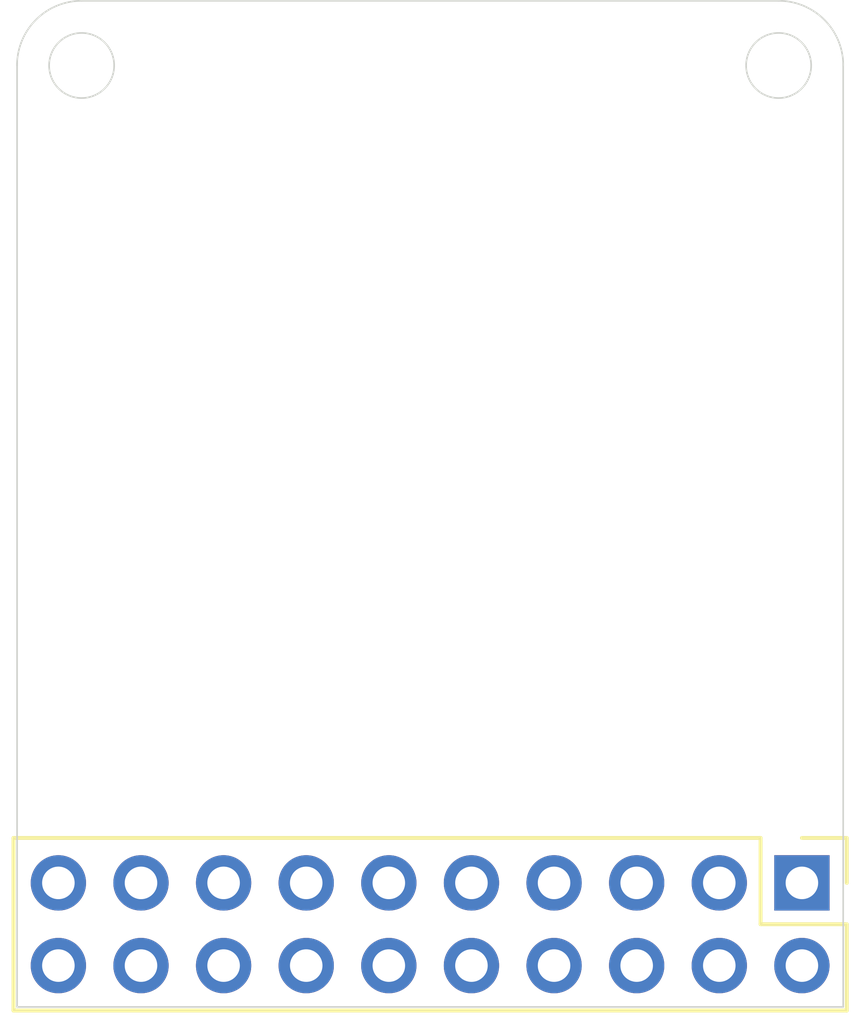
<source format=kicad_pcb>
(kicad_pcb (version 20241229) (generator "pcbnew") (generator_version "9.0")
  (layers (0 "F.Cu" signal) (4 "In1.Cu" signal) (6 "In2.Cu" signal) (2 "B.Cu" signal) (13 "F.Paste" user) (15 "B.Paste" user) (5 "F.SilkS" user "F.Silkscreen") (7 "B.SilkS" user "B.Silkscreen") (1 "F.Mask" user) (3 "B.Mask" user) (25 "Edge.Cuts" user))
  (net 0 "")
  (footprint "Connector_PinHeader_2.54mm:PinHeader_2x10_P2.54mm_Vertical" (layer "F.Cu") (at 94.13 86.19 -90)
    (property "Reference" "REF**" (hide yes))
    (property "Value" "PinHeader_2x10_P2.54mm_Vertical" (hide yes))
    (fp_line (start -1.38 24.24) (end 3.92 24.24) (stroke (width 0.12)) (layer "F.SilkS"))
    (fp_line (start -1.38 1.27) (end -1.38 24.24) (stroke (width 0.12)) (layer "F.SilkS"))
    (fp_line (start -1.38 1.27) (end 1.27 1.27) (stroke (width 0.12)) (layer "F.SilkS"))
    (fp_line (start 1.27 1.27) (end 1.27 -1.38) (stroke (width 0.12)) (layer "F.SilkS"))
    (fp_line (start -1.38 0) (end -1.38 -1.38) (stroke (width 0.12)) (layer "F.SilkS"))
    (fp_line (start -1.38 -1.38) (end 0 -1.38) (stroke (width 0.12)) (layer "F.SilkS"))
    (fp_line (start 1.27 -1.38) (end 3.92 -1.38) (stroke (width 0.12)) (layer "F.SilkS"))
    (fp_line (start 3.92 -1.38) (end 3.92 24.24) (stroke (width 0.12)) (layer "F.SilkS"))
    (pad "1" thru_hole rect (at 0 0 270) (size 1.7 1.7) (drill 1) (layers "*.Cu" "*.Mask"))
    (pad "2" thru_hole circle (at 2.54 0 270) (size 1.7 1.7) (drill 1) (layers "*.Cu" "*.Mask"))
    (pad "3" thru_hole circle (at 0 2.54 270) (size 1.7 1.7) (drill 1) (layers "*.Cu" "*.Mask"))
    (pad "4" thru_hole circle (at 2.54 2.54 270) (size 1.7 1.7) (drill 1) (layers "*.Cu" "*.Mask"))
    (pad "5" thru_hole circle (at 0 5.08 270) (size 1.7 1.7) (drill 1) (layers "*.Cu" "*.Mask"))
    (pad "6" thru_hole circle (at 2.54 5.08 270) (size 1.7 1.7) (drill 1) (layers "*.Cu" "*.Mask"))
    (pad "7" thru_hole circle (at 0 7.62 270) (size 1.7 1.7) (drill 1) (layers "*.Cu" "*.Mask"))
    (pad "8" thru_hole circle (at 2.54 7.62 270) (size 1.7 1.7) (drill 1) (layers "*.Cu" "*.Mask"))
    (pad "9" thru_hole circle (at 0 10.16 270) (size 1.7 1.7) (drill 1) (layers "*.Cu" "*.Mask"))
    (pad "10" thru_hole circle (at 2.54 10.16 270) (size 1.7 1.7) (drill 1) (layers "*.Cu" "*.Mask"))
    (pad "11" thru_hole circle (at 0 12.7 270) (size 1.7 1.7) (drill 1) (layers "*.Cu" "*.Mask"))
    (pad "12" thru_hole circle (at 2.54 12.7 270) (size 1.7 1.7) (drill 1) (layers "*.Cu" "*.Mask"))
    (pad "13" thru_hole circle (at 0 15.24 270) (size 1.7 1.7) (drill 1) (layers "*.Cu" "*.Mask"))
    (pad "14" thru_hole circle (at 2.54 15.24 270) (size 1.7 1.7) (drill 1) (layers "*.Cu" "*.Mask"))
    (pad "15" thru_hole circle (at 0 17.78 270) (size 1.7 1.7) (drill 1) (layers "*.Cu" "*.Mask"))
    (pad "16" thru_hole circle (at 2.54 17.78 270) (size 1.7 1.7) (drill 1) (layers "*.Cu" "*.Mask"))
    (pad "17" thru_hole circle (at 0 20.32 270) (size 1.7 1.7) (drill 1) (layers "*.Cu" "*.Mask"))
    (pad "18" thru_hole circle (at 2.54 20.32 270) (size 1.7 1.7) (drill 1) (layers "*.Cu" "*.Mask"))
    (pad "19" thru_hole circle (at 0 22.86 270) (size 1.7 1.7) (drill 1) (layers "*.Cu" "*.Mask"))
    (pad "20" thru_hole circle (at 2.54 22.86 270) (size 1.7 1.7) (drill 1) (layers "*.Cu" "*.Mask"))
  )
  (gr_line (start 95.4 90) (end 95.4 61) (stroke (width 0.05)) (layer "Edge.Cuts"))
  (gr_arc (start 93.415 59.098181) (mid 94.819893 59.680107) (end 95.401819 61.085) (stroke (width 0.05)) (layer "Edge.Cuts"))
  (gr_line (start 70 90) (end 95.4 90) (stroke (width 0.05)) (layer "Edge.Cuts"))
  (gr_line (start 70 61) (end 70 90) (stroke (width 0.05)) (layer "Edge.Cuts"))
  (gr_line (start 71.985 59.098181) (end 93.415 59.098181) (stroke (width 0.05)) (layer "Edge.Cuts"))
  (gr_arc (start 69.998181 61.085) (mid 70.580107 59.680107) (end 71.985 59.098181) (stroke (width 0.05)) (layer "Edge.Cuts"))
  (gr_circle (center 93.415 61.085) (end 94.415 61.085) (stroke (width 0.05)) (fill no) (layer "Edge.Cuts"))
  (gr_circle (center 71.985 61.085) (end 72.985 61.085) (stroke (width 0.05)) (fill no) (layer "Edge.Cuts"))
)
</source>
